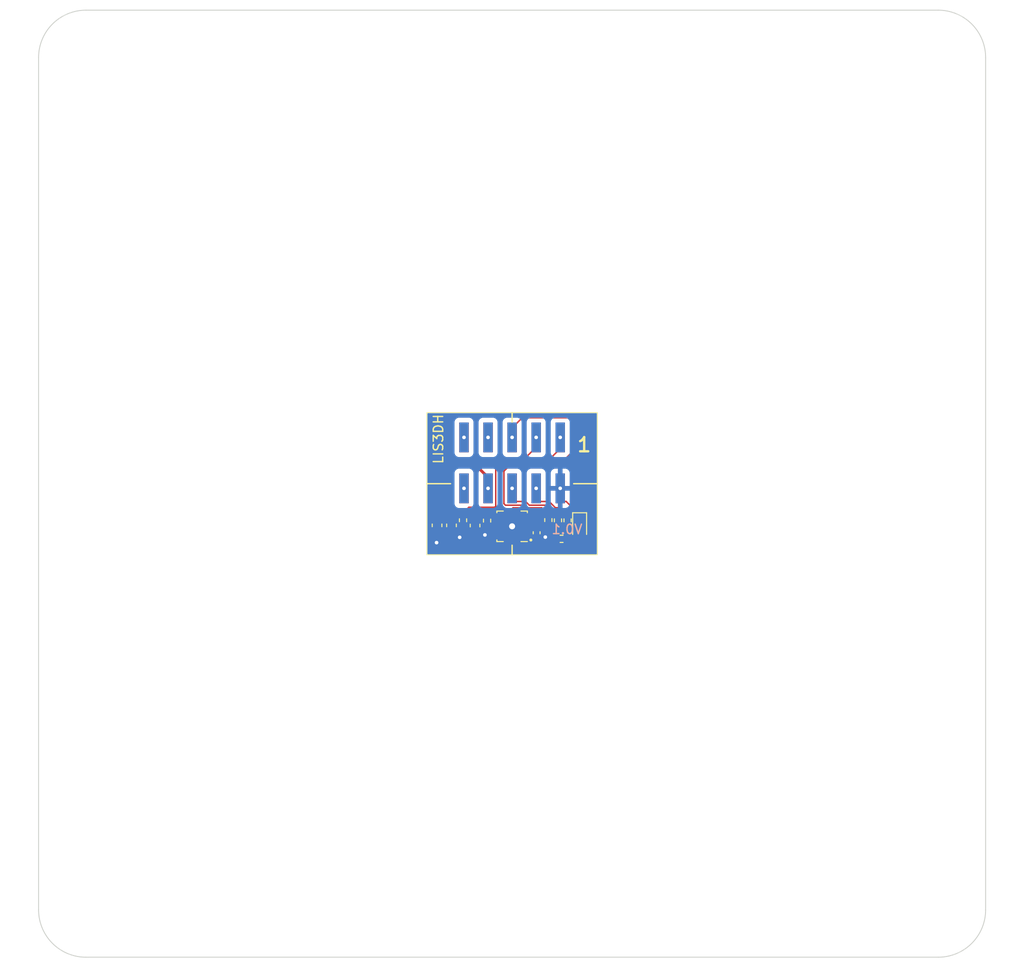
<source format=kicad_pcb>
(kicad_pcb (version 20221018) (generator pcbnew)
  (layers (0 "F.Cu" signal) (31 "B.Cu" signal) (34 "B.Paste" user) (35 "F.Paste" user) (36 "B.SilkS" user "B.Silkscreen") (37 "F.SilkS" user "F.Silkscreen") (38 "B.Mask" user) (39 "F.Mask" user) (44 "Edge.Cuts" user))
  (net 0 "")
  (net 1 "+3V3")
  (net 2 "GNDD")
  (net 3 "/INT")
  (net 4 "/CS")
  (net 5 "Net-(D1-A)")
  (net 6 "/SCK")
  (net 7 "/MOSI")
  (net 8 "/MISO")
  (net 12 "Net-(U1-INT1)")
  (net 13 "Net-(U1-SDO{slash}SA0)")
  (net 14 "Net-(U1-SDA{slash}SDI{slash}SDO)")
  (net 15 "Net-(U1-SCL{slash}SPC)")
  (net 16 "Net-(U1-CS)")
  (footprint "Resistor_SMD:R_0402_1005Metric" (layer "F.Cu") (at -2.6416 3.8995 -90)
    (fp_text reference "R6" hide)
    (fp_text value "62R" hide)
    (fp_line (start -0.153641 -0.38) (end 0.153641 -0.38) (stroke (width 0.12)) (layer "F.SilkS"))
    (fp_line (start -0.153641 0.38) (end 0.153641 0.38) (stroke (width 0.12)) (layer "F.SilkS"))
    (pad "1" smd roundrect (at -0.51 0 270) (size 0.54 0.64) (layers "F.Cu" "F.Paste" "F.Mask") (net 4 "/CS"))
    (pad "2" smd roundrect (at 0.51 0 270) (size 0.54 0.64) (layers "F.Cu" "F.Paste" "F.Mask") (net 16 "Net-(U1-CS)"))
  )
  (footprint "Capacitor_SMD:C_0402_1005Metric" (layer "F.Cu") (at 2.5908 5.1816 90)
    (fp_text reference "C2" hide)
    (fp_text value "100n" hide)
    (fp_line (start -0.107836 -0.36) (end 0.107836 -0.36) (stroke (width 0.12)) (layer "F.SilkS"))
    (fp_line (start -0.107836 0.36) (end 0.107836 0.36) (stroke (width 0.12)) (layer "F.SilkS"))
    (pad "1" smd roundrect (at -0.48 0 90) (size 0.56 0.62) (layers "F.Cu" "F.Paste" "F.Mask") (net 1 "+3V3"))
    (pad "2" smd roundrect (at 0.48 0 90) (size 0.56 0.62) (layers "F.Cu" "F.Paste" "F.Mask") (net 2 "GNDD"))
  )
  (footprint "rrf_accel:PinHeader_2x05_P2.54mm_Vertical_SMD" (layer "F.Cu") (at 0 -2.2 -90)
    (fp_text reference "J1" hide)
    (fp_text value "Conn_02x05_Odd_Even" hide)
    (pad "1" thru_hole rect (at -2.69 -5.08 270) (size 3.15 1) (drill 0.381) (layers "*.Cu" "F.Paste" "F.Mask") (net 4 "/CS"))
    (pad "2" thru_hole rect (at 2.69 -5.08 270) (size 3.15 1) (drill 0.381) (layers "*.Cu" "F.Paste" "F.Mask") (net 2 "GNDD"))
    (pad "3" thru_hole rect (at -2.69 -2.54 270) (size 3.15 1) (drill 0.381) (layers "*.Cu" "F.Paste" "F.Mask") (net 3 "/INT"))
    (pad "4" thru_hole rect (at 2.69 -2.54 270) (size 3.15 1) (drill 0.381) (layers "*.Cu" "F.Paste" "F.Mask") (net 6 "/SCK"))
    (pad "5" thru_hole rect (at -2.69 0 270) (size 3.15 1) (drill 0.381) (layers "*.Cu" "F.Paste" "F.Mask") (net 7 "/MOSI"))
    (pad "6" thru_hole rect (at 2.69 0 270) (size 3.15 1) (drill 0.381) (layers "*.Cu" "F.Paste" "F.Mask") (net 8 "/MISO"))
    (pad "7" thru_hole rect (at -2.69 2.54 270) (size 3.15 1) (drill 0.381) (layers "*.Cu" "F.Paste" "F.Mask"))
    (pad "8" thru_hole rect (at 2.69 2.54 270) (size 3.15 1) (drill 0.381) (layers "*.Cu" "F.Paste" "F.Mask") (net 1 "+3V3"))
    (pad "9" thru_hole rect (at -2.69 5.08 270) (size 3.15 1) (drill 0.381) (layers "*.Cu" "F.Paste" "F.Mask"))
    (pad "10" thru_hole rect (at 2.69 5.08 270) (size 3.15 1) (drill 0.381) (layers "*.Cu" "F.Paste" "F.Mask"))
  )
  (footprint "Resistor_SMD:R_0402_1005Metric" (layer "F.Cu") (at -5.1816 3.8608 -90)
    (fp_text reference "R1" hide)
    (fp_text value "62R" hide)
    (fp_line (start -0.153641 -0.38) (end 0.153641 -0.38) (stroke (width 0.12)) (layer "F.SilkS"))
    (fp_line (start -0.153641 0.38) (end 0.153641 0.38) (stroke (width 0.12)) (layer "F.SilkS"))
    (pad "1" smd roundrect (at -0.51 0 270) (size 0.54 0.64) (layers "F.Cu" "F.Paste" "F.Mask") (net 3 "/INT"))
    (pad "2" smd roundrect (at 0.51 0 270) (size 0.54 0.64) (layers "F.Cu" "F.Paste" "F.Mask") (net 12 "Net-(U1-INT1)"))
  )
  (footprint "Capacitor_SMD:C_0603_1608Metric" (layer "F.Cu") (at -7.9248 4.4005 -90)
    (fp_text reference "C1" hide)
    (fp_text value "10uf" hide)
    (fp_line (start -0.14058 -0.51) (end 0.14058 -0.51) (stroke (width 0.12)) (layer "F.SilkS"))
    (fp_line (start -0.14058 0.51) (end 0.14058 0.51) (stroke (width 0.12)) (layer "F.SilkS"))
    (pad "1" smd roundrect (at -0.775 0 270) (size 0.9 0.95) (layers "F.Cu" "F.Paste" "F.Mask") (net 1 "+3V3"))
    (pad "2" smd roundrect (at 0.775 0 270) (size 0.9 0.95) (layers "F.Cu" "F.Paste" "F.Mask") (net 2 "GNDD"))
  )
  (footprint "Capacitor_SMD:C_0603_1608Metric" (layer "F.Cu") (at -6.4008 4.4005 -90)
    (fp_text reference "C3" hide)
    (fp_text value "470pf" hide)
    (fp_line (start -0.14058 -0.51) (end 0.14058 -0.51) (stroke (width 0.12)) (layer "F.SilkS"))
    (fp_line (start -0.14058 0.51) (end 0.14058 0.51) (stroke (width 0.12)) (layer "F.SilkS"))
    (pad "1" smd roundrect (at -0.775 0 270) (size 0.9 0.95) (layers "F.Cu" "F.Paste" "F.Mask") (net 3 "/INT"))
    (pad "2" smd roundrect (at 0.775 0 270) (size 0.9 0.95) (layers "F.Cu" "F.Paste" "F.Mask") (net 2 "GNDD"))
  )
  (footprint "rrf_accel:LGA-16_3x3mm_P0.5mm_LayoutBorder3x5y" (layer "F.Cu") (at 0 4.5 180)
    (fp_text reference "U1" hide)
    (fp_text value "LIS3DH" hide)
    (fp_line (start -1.61 1.61) (end -1.61 1.435) (stroke (width 0.12)) (layer "F.SilkS"))
    (fp_line (start -0.935 -1.61) (end -1.61 -1.61) (stroke (width 0.12)) (layer "F.SilkS"))
    (fp_line (start -0.935 1.61) (end -1.61 1.61) (stroke (width 0.12)) (layer "F.SilkS"))
    (fp_line (start 0.935 -1.61) (end 1.61 -1.61) (stroke (width 0.12)) (layer "F.SilkS"))
    (fp_line (start 0.935 1.61) (end 1.61 1.61) (stroke (width 0.12)) (layer "F.SilkS"))
    (fp_line (start 1.61 -1.61) (end 1.61 -1.435) (stroke (width 0.12)) (layer "F.SilkS"))
    (fp_line (start 1.61 1.61) (end 1.61 1.435) (stroke (width 0.12)) (layer "F.SilkS"))
    (fp_circle (center -1.9812 -1.4478) (end -1.873437 -1.4478) (stroke (width 0.1)) (fill solid) (layer "F.SilkS"))
    (pad "1" smd roundrect (at -1.35 -1 180) (size 0.8 0.35) (layers "F.Cu" "F.Paste" "F.Mask") (net 1 "+3V3"))
    (pad "2" smd roundrect (at -1.35 -0.5 180) (size 0.8 0.35) (layers "F.Cu" "F.Paste" "F.Mask"))
    (pad "3" smd roundrect (at -1.35 0 180) (size 0.8 0.35) (layers "F.Cu" "F.Paste" "F.Mask"))
    (pad "4" smd roundrect (at -1.35 0.5 180) (size 0.8 0.35) (layers "F.Cu" "F.Paste" "F.Mask") (net 15 "Net-(U1-SCL{slash}SPC)"))
    (pad "5" smd roundrect (at -1.35 1 180) (size 0.8 0.35) (layers "F.Cu" "F.Paste" "F.Mask") (net 2 "GNDD"))
    (pad "6" smd roundrect (at -0.5 1.35 180) (size 0.35 0.8) (layers "F.Cu" "F.Paste" "F.Mask") (net 14 "Net-(U1-SDA{slash}SDI{slash}SDO)"))
    (pad "7" smd roundrect (at 0 1.35 180) (size 0.35 0.8) (layers "F.Cu" "F.Paste" "F.Mask") (net 13 "Net-(U1-SDO{slash}SA0)"))
    (pad "8" smd roundrect (at 0.5 1.35 180) (size 0.35 0.8) (layers "F.Cu" "F.Paste" "F.Mask") (net 16 "Net-(U1-CS)"))
    (pad "9" smd roundrect (at 1.35 1 180) (size 0.8 0.35) (layers "F.Cu" "F.Paste" "F.Mask"))
    (pad "10" smd roundrect (at 1.35 0.5 180) (size 0.8 0.35) (layers "F.Cu" "F.Paste" "F.Mask") (net 2 "GNDD"))
    (pad "11" smd roundrect (at 1.35 0 180) (size 0.8 0.35) (layers "F.Cu" "F.Paste" "F.Mask") (net 12 "Net-(U1-INT1)"))
    (pad "12" smd roundrect (at 1.35 -0.5 180) (size 0.8 0.35) (layers "F.Cu" "F.Paste" "F.Mask") (net 2 "GNDD"))
    (pad "13" smd roundrect (at 1.35 -1 180) (size 0.8 0.35) (layers "F.Cu" "F.Paste" "F.Mask") (net 2 "GNDD"))
    (pad "14" smd roundrect (at 0.5 -1.35 180) (size 0.35 0.8) (layers "F.Cu" "F.Paste" "F.Mask") (net 1 "+3V3"))
    (pad "15" smd roundrect (at 0 -1.35 180) (size 0.35 0.8) (layers "F.Cu" "F.Paste" "F.Mask") (net 2 "GNDD"))
    (pad "16" smd roundrect (at -0.5 -1.35 180) (size 0.35 0.8) (layers "F.Cu" "F.Paste" "F.Mask") (net 2 "GNDD"))
  )
  (footprint "LED_SMD:LED_0603_1608Metric" (layer "F.Cu") (at 7.129 4.554 -90)
    (fp_text reference "D1" hide)
    (fp_text value "LED" hide)
    (fp_line (start -1.485 -0.735) (end -1.485 0.735) (stroke (width 0.12)) (layer "F.SilkS"))
    (fp_line (start -1.485 0.735) (end 0.8 0.735) (stroke (width 0.12)) (layer "F.SilkS"))
    (fp_line (start 0.8 -0.735) (end -1.485 -0.735) (stroke (width 0.12)) (layer "F.SilkS"))
    (pad "1" smd roundrect (at -0.7875 0 270) (size 0.875 0.95) (layers "F.Cu" "F.Paste" "F.Mask") (net 2 "GNDD"))
    (pad "2" smd roundrect (at 0.7875 0 270) (size 0.875 0.95) (layers "F.Cu" "F.Paste" "F.Mask") (net 5 "Net-(D1-A)"))
  )
  (footprint "Resistor_SMD:R_0402_1005Metric" (layer "F.Cu") (at 5.859 3.86815 -90)
    (fp_text reference "R5" hide)
    (fp_text value "62R" hide)
    (fp_line (start -0.153641 -0.38) (end 0.153641 -0.38) (stroke (width 0.12)) (layer "F.SilkS"))
    (fp_line (start -0.153641 0.38) (end 0.153641 0.38) (stroke (width 0.12)) (layer "F.SilkS"))
    (pad "1" smd roundrect (at -0.51 0 270) (size 0.54 0.64) (layers "F.Cu" "F.Paste" "F.Mask") (net 6 "/SCK"))
    (pad "2" smd roundrect (at 0.51 0 270) (size 0.54 0.64) (layers "F.Cu" "F.Paste" "F.Mask") (net 15 "Net-(U1-SCL{slash}SPC)"))
  )
  (footprint "Resistor_SMD:R_0402_1005Metric" (layer "F.Cu") (at 4.843 3.86815 -90)
    (fp_text reference "R2" hide)
    (fp_text value "62R" hide)
    (fp_line (start -0.153641 -0.38) (end 0.153641 -0.38) (stroke (width 0.12)) (layer "F.SilkS"))
    (fp_line (start -0.153641 0.38) (end 0.153641 0.38) (stroke (width 0.12)) (layer "F.SilkS"))
    (pad "1" smd roundrect (at -0.51 0 270) (size 0.54 0.64) (layers "F.Cu" "F.Paste" "F.Mask") (net 8 "/MISO"))
    (pad "2" smd roundrect (at 0.51 0 270) (size 0.54 0.64) (layers "F.Cu" "F.Paste" "F.Mask") (net 13 "Net-(U1-SDO{slash}SA0)"))
  )
  (footprint "Resistor_SMD:R_0402_1005Metric" (layer "F.Cu") (at 3.827 3.8428 -90)
    (fp_text reference "R4" hide)
    (fp_text value "62R" hide)
    (fp_line (start -0.153641 -0.38) (end 0.153641 -0.38) (stroke (width 0.12)) (layer "F.SilkS"))
    (fp_line (start -0.153641 0.38) (end 0.153641 0.38) (stroke (width 0.12)) (layer "F.SilkS"))
    (pad "1" smd roundrect (at -0.51 0 270) (size 0.54 0.64) (layers "F.Cu" "F.Paste" "F.Mask") (net 7 "/MOSI"))
    (pad "2" smd roundrect (at 0.51 0 270) (size 0.54 0.64) (layers "F.Cu" "F.Paste" "F.Mask") (net 14 "Net-(U1-SDA{slash}SDI{slash}SDO)"))
  )
  (footprint "Capacitor_SMD:C_0603_1608Metric" (layer "F.Cu") (at -3.9116 4.4185 -90)
    (fp_text reference "C4" hide)
    (fp_text value "470pf" hide)
    (fp_line (start -0.14058 -0.51) (end 0.14058 -0.51) (stroke (width 0.12)) (layer "F.SilkS"))
    (fp_line (start -0.14058 0.51) (end 0.14058 0.51) (stroke (width 0.12)) (layer "F.SilkS"))
    (pad "1" smd roundrect (at -0.775 0 270) (size 0.9 0.95) (layers "F.Cu" "F.Paste" "F.Mask") (net 16 "Net-(U1-CS)"))
    (pad "2" smd roundrect (at 0.775 0 270) (size 0.9 0.95) (layers "F.Cu" "F.Paste" "F.Mask") (net 2 "GNDD"))
  )
  (footprint "Resistor_SMD:R_0402_1005Metric" (layer "F.Cu") (at 5.224 5.824)
    (fp_text reference "R3" hide)
    (fp_text value "220R" hide)
    (fp_line (start -0.153641 -0.38) (end 0.153641 -0.38) (stroke (width 0.12)) (layer "F.SilkS"))
    (fp_line (start -0.153641 0.38) (end 0.153641 0.38) (stroke (width 0.12)) (layer "F.SilkS"))
    (pad "1" smd roundrect (at -0.51 0) (size 0.54 0.64) (layers "F.Cu" "F.Paste" "F.Mask") (net 1 "+3V3"))
    (pad "2" smd roundrect (at 0.51 0) (size 0.54 0.64) (layers "F.Cu" "F.Paste" "F.Mask") (net 5 "Net-(D1-A)"))
  )
  (gr_line (start 9 0) (end 6.5 0) (stroke (width 0.15)) (layer "F.SilkS"))
  (gr_line (start -9 0) (end -6.5 0) (stroke (width 0.15)) (layer "F.SilkS"))
  (gr_line (start 0 -7.5) (end 0 -6.5) (stroke (width 0.15)) (layer "F.SilkS"))
  (gr_rect (start -9 -7.5) (end 9 7.5) (stroke (width 0.1)) (fill none) (layer "F.SilkS"))
  (gr_line (start 0 7.5) (end 0 6.5) (stroke (width 0.15)) (layer "F.SilkS"))
  (gr_line (start -50 45) (end -50 -45) (stroke (width 0.1)) (layer "Edge.Cuts"))
  (gr_arc (start -45 50) (mid -48.535534 48.535534) (end -50 45) (stroke (width 0.1)) (layer "Edge.Cuts"))
  (gr_arc (start -50 -45) (mid -48.535534 -48.535533) (end -45 -50) (stroke (width 0.1)) (layer "Edge.Cuts"))
  (gr_line (start -45 -50) (end 45 -50) (stroke (width 0.1)) (layer "Edge.Cuts"))
  (gr_arc (start 45 -50) (mid 48.535534 -48.535534) (end 50 -45) (stroke (width 0.1)) (layer "Edge.Cuts"))
  (gr_line (start 45 50) (end -45 50) (stroke (width 0.1)) (layer "Edge.Cuts"))
  (gr_arc (start 50 45) (mid 48.535534 48.535534) (end 45 50) (stroke (width 0.1)) (layer "Edge.Cuts"))
  (gr_line (start 50 -45) (end 50 45) (stroke (width 0.1)) (layer "Edge.Cuts"))
  (gr_text "V0.1" (at 5.8 5.4) (layer "B.SilkS") (effects (font (size 1 1)) (justify bottom mirror)))
  (gr_text "1" (at 6.731 -3.2258) (layer "F.SilkS") (effects (font (size 1.5 1.5) (thickness 0.25) bold) (justify left bottom)))
  (gr_text "LIS3DH" (at -7.2 -2 90) (layer "F.SilkS") (effects (font (size 1 1)) (justify left bottom)))
  (segment (start 2.5908 6.095) (end 2.0818 6.604) (width 0.3048) (layer "F.Cu") (net 1))
  (segment (start -3.7084 -1.8288) (end -2.54 -0.6604) (width 0.3048) (layer "F.Cu") (net 1))
  (segment (start -6.5024 2.032) (end -6.5024 -1.2192) (width 0.3048) (layer "F.Cu") (net 1))
  (segment (start -7.1552 5.7988) (end -7.1552 4.3076) (width 0.3048) (layer "F.Cu") (net 1))
  (segment (start -6.5024 -1.2192) (end -5.8928 -1.8288) (width 0.3048) (layer "F.Cu") (net 1))
  (segment (start 3.1409 6.2992) (end 4.1513 6.2992) (width 0.1524) (layer "F.Cu") (net 1))
  (segment (start 4.1513 6.2992) (end 4.6265 5.824) (width 0.1524) (layer "F.Cu") (net 1))
  (segment (start 2.0818 6.604) (end -6.35 6.604) (width 0.3048) (layer "F.Cu") (net 1))
  (segment (start 2.5908 5.7491) (end 2.5908 6.095) (width 0.3048) (layer "F.Cu") (net 1))
  (segment (start 1.5904 5.7404) (end 1.35 5.5) (width 0.3048) (layer "F.Cu") (net 1))
  (segment (start -6.35 6.604) (end -7.1552 5.7988) (width 0.3048) (layer "F.Cu") (net 1))
  (segment (start -0.5 5.85) (end -0.5 6.596) (width 0.3048) (layer "F.Cu") (net 1))
  (segment (start -2.54 -0.6604) (end -2.54 0.49) (width 0.3048) (layer "F.Cu") (net 1))
  (segment (start 2.65485 5.7404) (end 1.5904 5.7404) (width 0.3048) (layer "F.Cu") (net 1))
  (segment (start -5.8928 -1.8288) (end -3.7084 -1.8288) (width 0.3048) (layer "F.Cu") (net 1))
  (segment (start 2.6245 5.7828) (end 3.1409 6.2992) (width 0.1524) (layer "F.Cu") (net 1))
  (segment (start -7.1552 4.3076) (end -7.9248 3.538) (width 0.3048) (layer "F.Cu") (net 1))
  (segment (start -7.7554 3.538) (end -7.7554 3.285) (width 0.3048) (layer "F.Cu") (net 1))
  (segment (start -7.7554 3.285) (end -6.5024 2.032) (width 0.3048) (layer "F.Cu") (net 1))
  (segment (start -1.35 5) (end -1.35 5.5) (width 0.3048) (layer "F.Cu") (net 2))
  (segment (start 0.5 4.935399) (end 0.245599 4.680998) (width 0.3048) (layer "F.Cu") (net 2))
  (segment (start -6.050461 5.6388) (end -5.5372 5.6388) (width 0.3048) (layer "F.Cu") (net 2))
  (segment (start 0.381 4.816399) (end 0.245599 4.680998) (width 0.1524) (layer "F.Cu") (net 2))
  (segment (start -0.435399 4) (end 0.245599 4.680998) (width 0.3048) (layer "F.Cu") (net 2))
  (segment (start 5.715 1.8796) (end 5.4864 1.8796) (width 0.1524) (layer "F.Cu") (net 2))
  (segment (start -7.9502 5.2186) (end -7.9502 6.1606) (width 0.3048) (layer "F.Cu") (net 2))
  (segment (start 0 4.926597) (end 0.245599 4.680998) (width 0.3048) (layer "F.Cu") (net 2))
  (segment (start -1.35 5) (end -0.5 5) (width 0.3048) (layer "F.Cu") (net 2))
  (segment (start 1.004644 3.5) (end 0.2456 4.259044) (width 0.1524) (layer "F.Cu") (net 2))
  (segment (start 7.129 3.679) (end 7.129 3.2936) (width 0.1524) (layer "F.Cu") (net 2))
  (segment (start -1.35 4) (end -0.435399 4) (width 0.3048) (layer "F.Cu") (net 2))
  (segment (start 1.35 3.5) (end 1.004644 3.5) (width 0.1524) (layer "F.Cu") (net 2))
  (segment (start 0.0646 4.5) (end 0.2456 4.681) (width 0.3048) (layer "F.Cu") (net 2))
  (segment (start 3.3528 5.4864) (end 3.3528 5.6388) (width 0.3048) (layer "F.Cu") (net 2))
  (segment (start 0 4.5) (end 0.0646 4.5) (width 0.3048) (layer "F.Cu") (net 2))
  (segment (start 0.2456 4.259044) (end 0.2456 4.293288) (width 0.1524) (layer "F.Cu") (net 2))
  (segment (start -0.5 5) (end 0 4.5) (width 0.3048) (layer "F.Cu") (net 2))
  (segment (start -2.722061 5.335061) (end -3.735861 5.335061) (width 0.1524) (layer "F.Cu") (net 2))
  (segment (start 0.5 5.85) (end 0.5 4.935399) (width 0.3048) (layer "F.Cu") (net 2))
  (segment (start 7.129 3.2936) (end 5.715 1.8796) (width 0.1524) (layer "F.Cu") (net 2))
  (segment (start 0 5.85) (end 0 4.926597) (width 0.3048) (layer "F.Cu") (net 2))
  (segment (start 2.5387 4.6723) (end 3.3528 5.4864) (width 0.3048) (layer "F.Cu") (net 2))
  (via (at -7.9756 6.223) (size 0.762) (drill 0.381) (layers "F.Cu" "B.Cu") (net 2))
  (via (at -2.8702 5.4102) (size 0.762) (drill 0.381) (layers "F.Cu" "B.Cu") (net 2))
  (via (at -5.5372 5.6642) (size 0.762) (drill 0.381) (layers "F.Cu" "B.Cu") (net 2))
  (via (at 3.504969 5.6388) (size 0.762) (drill 0.381) (layers "F.Cu" "B.Cu") (net 2))
  (via (at 0 4.5) (size 1.27) (drill 0.635) (layers "F.Cu" "B.Cu") (net 2))
  (segment (start 2.4808 -3.8016) (end 2.4808 -4.687) (width 0.1524) (layer "F.Cu") (net 3))
  (segment (start -4.572 2.4892) (end -1.8368 2.4892) (width 0.1524) (layer "F.Cu") (net 3))
  (segment (start -6.2314 3.538) (end -5.9567 3.2633) (width 0.1524) (layer "F.Cu") (net 3))
  (segment (start -0.7874 -2.667) (end 1.3462 -2.667) (width 0.1524) (layer "F.Cu") (net 3))
  (segment (start -5.9567 3.2633) (end -5.1816 3.2633) (width 0.1524) (layer "F.Cu") (net 3))
  (segment (start -1.7272 2.3796) (end -1.7272 -1.7272) (width 0.1524) (layer "F.Cu") (net 3))
  (segment (start -1.8368 2.4892) (end -1.7272 2.3796) (width 0.1524) (layer "F.Cu") (net 3))
  (segment (start 1.3462 -2.667) (end 2.4808 -3.8016) (width 0.1524) (layer "F.Cu") (net 3))
  (segment (start -5.1816 3.2633) (end -5.1816 3.0988) (width 0.1524) (layer "F.Cu") (net 3))
  (segment (start -1.7272 -1.7272) (end -0.7874 -2.667) (width 0.1524) (layer "F.Cu") (net 3))
  (segment (start -5.1816 3.0988) (end -4.572 2.4892) (width 0.1524) (layer "F.Cu") (net 3))
  (segment (start 5.0208 -3.6492) (end 3.5052 -2.1336) (width 0.1524) (layer "F.Cu") (net 4))
  (segment (start -0.6096 -2.1336) (end -1.27 -1.4732) (width 0.1524) (layer "F.Cu") (net 4))
  (segment (start -1.27 -1.4732) (end -1.27 2.5146) (width 0.1524) (layer "F.Cu") (net 4))
  (segment (start 5.0208 -4.687) (end 5.0208 -3.6492) (width 0.1524) (layer "F.Cu") (net 4))
  (segment (start 3.5052 -2.1336) (end -0.6096 -2.1336) (width 0.1524) (layer "F.Cu") (net 4))
  (segment (start -1.523501 2.768101) (end -2.107701 2.768101) (width 0.1524) (layer "F.Cu") (net 4))
  (segment (start -2.107701 2.768101) (end -2.6416 3.302) (width 0.1524) (layer "F.Cu") (net 4))
  (segment (start -1.27 2.5146) (end -1.523501 2.768101) (width 0.1524) (layer "F.Cu") (net 4))
  (segment (start 6.734 5.824) (end 7.129 5.429) (width 0.1524) (layer "F.Cu") (net 5))
  (segment (start 5.8215 5.824) (end 6.734 5.824) (width 0.1524) (layer "F.Cu") (net 5))
  (segment (start 4.572 2.54) (end 3.9116 1.8796) (width 0.1524) (layer "F.Cu") (net 6))
  (segment (start 3.9116 1.8796) (end 2.9464 1.8796) (width 0.1524) (layer "F.Cu") (net 6))
  (segment (start 5.12835 2.54) (end 4.572 2.54) (width 0.1524) (layer "F.Cu") (net 6))
  (segment (start 5.859 3.27065) (end 5.12835 2.54) (width 0.1524) (layer "F.Cu") (net 6))
  (segment (start -0.8636 2.107198) (end -0.8636 -1.3208) (width 0.1524) (layer "F.Cu") (net 7))
  (segment (start 1.498202 2.546901) (end 1.2192 2.267899) (width 0.1524) (layer "F.Cu") (net 7))
  (segment (start 6.35 -3.3528) (end 6.35 -6.5024) (width 0.1524) (layer "F.Cu") (net 7))
  (segment (start 4.6736 -1.6764) (end 6.35 -3.3528) (width 0.1524) (layer "F.Cu") (net 7))
  (segment (start 6.35 -6.5024) (end 5.8928 -6.9596) (width 0.1524) (layer "F.Cu") (net 7))
  (segment (start 3.128601 2.546901) (end 1.498202 2.546901) (width 0.1524) (layer "F.Cu") (net 7))
  (segment (start -0.508 -1.6764) (end 4.6736 -1.6764) (width 0.1524) (layer "F.Cu") (net 7))
  (segment (start 3.827 3.2453) (end 3.128601 2.546901) (width 0.1524) (layer "F.Cu") (net 7))
  (segment (start 5.8928 -6.9596) (end 1.0668 -6.9596) (width 0.1524) (layer "F.Cu") (net 7))
  (segment (start -0.8636 -1.3208) (end -0.508 -1.6764) (width 0.1524) (layer "F.Cu") (net 7))
  (segment (start 1.0668 -6.9596) (end -0.0592 -5.8336) (width 0.1524) (layer "F.Cu") (net 7))
  (segment (start -0.702899 2.267899) (end -0.8636 2.107198) (width 0.1524) (layer "F.Cu") (net 7))
  (segment (start 1.2192 2.267899) (end -0.702899 2.267899) (width 0.1524) (layer "F.Cu") (net 7))
  (segment (start -0.0592 -5.8336) (end -0.0592 -4.687) (width 0.1524) (layer "F.Cu") (net 7))
  (segment (start 1.4224 1.8796) (end 0.3556 1.8796) (width 0.1524) (layer "F.Cu") (net 8))
  (segment (start 1.8108 2.268) (end 1.4224 1.8796) (width 0.1524) (layer "F.Cu") (net 8))
  (segment (start 4.755824 3.27065) (end 3.753174 2.268) (width 0.1524) (layer "F.Cu") (net 8))
  (segment (start 4.843 3.27065) (end 4.755824 3.27065) (width 0.1524) (layer "F.Cu") (net 8))
  (segment (start 3.753174 2.268) (end 1.8108 2.268) (width 0.1524) (layer "F.Cu") (net 8))
  (segment (start -5.1562 5.1054) (end -5.1562 4.4837) (width 0.1524) (layer "F.Cu") (net 12))
  (segment (start -1.9642 5.7478) (end -2.3632 6.1468) (width 0.1524) (layer "F.Cu") (net 12))
  (segment (start -1.9642 4.6312) (end -1.9642 5.7478) (width 0.1524) (layer "F.Cu") (net 12))
  (segment (start -4.572 6.1468) (end -4.8387 5.8801) (width 0.1524) (layer "F.Cu") (net 12))
  (segment (start -5.1562 4.4837) (end -5.1816 4.4583) (width 0.1524) (layer "F.Cu") (net 12))
  (segment (start -4.8387 5.8801) (end -4.8387 5.4229) (width 0.1524) (layer "F.Cu") (net 12))
  (segment (start -4.8387 5.4229) (end -5.1562 5.1054) (width 0.1524) (layer "F.Cu") (net 12))
  (segment (start -1.35 4.5) (end -1.833 4.5) (width 0.1524) (layer "F.Cu") (net 12))
  (segment (start -2.3632 6.1468) (end -4.572 6.1468) (width 0.1524) (layer "F.Cu") (net 12))
  (segment (start -1.833 4.5) (end -1.9642 4.6312) (width 0.1524) (layer "F.Cu") (net 12))
  (segment (start 4.21275 3.8354) (end 3.5306 3.8354) (width 0.1524) (layer "F.Cu") (net 13))
  (segment (start 4.843 4.46565) (end 4.21275 3.8354) (width 0.1524) (layer "F.Cu") (net 13))
  (segment (start 0 2.6416) (end 0 3.088888) (width 0.1524) (layer "F.Cu") (net 13))
  (segment (start 0.9652 2.5468) (end 0.0948 2.5468) (width 0.1524) (layer "F.Cu") (net 13))
  (segment (start 0.0948 2.5468) (end 0 2.6416) (width 0.1524) (layer "F.Cu") (net 13))
  (segment (start 3.5306 3.8354) (end 2.538098 2.842898) (width 0.1524) (layer "F.Cu") (net 13))
  (segment (start 2.538098 2.842898) (end 1.261298 2.842898) (width 0.1524) (layer "F.Cu") (net 13))
  (segment (start 1.261298 2.842898) (end 0.9652 2.5468) (width 0.1524) (layer "F.Cu") (net 13))
  (segment (start 2.309 3.1218) (end 3.6275 4.4403) (width 0.1524) (layer "F.Cu") (net 14))
  (segment (start 0.5 3.15) (end 0.5282 3.1218) (width 0.1524) (layer "F.Cu") (net 14))
  (segment (start 3.6275 4.4403) (end 3.827 4.4403) (width 0.1524) (layer "F.Cu") (net 14))
  (segment (start 0.5282 3.1218) (end 2.309 3.1218) (width 0.1524) (layer "F.Cu") (net 14))
  (segment (start 1.225 4) (end 2.7808 4) (width 0.1524) (layer "F.Cu") (net 15))
  (segment (start 5.2983 5.02635) (end 5.859 4.46565) (width 0.1524) (layer "F.Cu") (net 15))
  (segment (start 3.5111 5.02635) (end 5.2983 5.02635) (width 0.1524) (layer "F.Cu") (net 15))
  (segment (start 3.1412 4.3604) (end 3.1412 4.65645) (width 0.1524) (layer "F.Cu") (net 15))
  (segment (start 3.1412 4.65645) (end 3.5111 5.02635) (width 0.1524) (layer "F.Cu") (net 15))
  (segment (start 2.7808 4) (end 3.1412 4.3604) (width 0.1524) (layer "F.Cu") (net 15))
  (segment (start -2.6416 4.497) (end -1.9812 3.8366) (width 0.1524) (layer "F.Cu") (net 16))
  (segment (start -0.5282 3.1218) (end -0.5 3.15) (width 0.1524) (layer "F.Cu") (net 16))
  (segment (start -3.8862 3.5814) (end -3.8862 4.2672) (width 0.1524) (layer "F.Cu") (net 16))
  (segment (start -3.8862 4.2672) (end -3.683 4.4704) (width 0.1524) (layer "F.Cu") (net 16))
  (segment (start -1.9812 3.8366) (end -1.9812 3.320088) (width 0.1524) (layer "F.Cu") (net 16))
  (segment (start -1.9812 3.320088) (end -1.782912 3.1218) (width 0.1524) (layer "F.Cu") (net 16))
  (segment (start -3.683 4.4704) (end -2.6682 4.4704) (width 0.1524) (layer "F.Cu") (net 16))
  (segment (start -1.782912 3.1218) (end -0.5282 3.1218) (width 0.1524) (layer "F.Cu") (net 16))
  (segment (start -2.6682 4.4704) (end -2.6416 4.497) (width 0.1524) (layer "F.Cu") (net 16))
  (zone (net 2) (net_name "GNDD") (layer "B.Cu") (connect_pads (clearance 0.5)) (min_thickness 0.25) (fill yes (thermal_gap 0.5) (thermal_bridge_width 0.5))
    (polygon (pts (xy -9 -7.5) (xy 9 -7.5) (xy 9 7.5) (xy -9 7.5)))
  )
)
</source>
